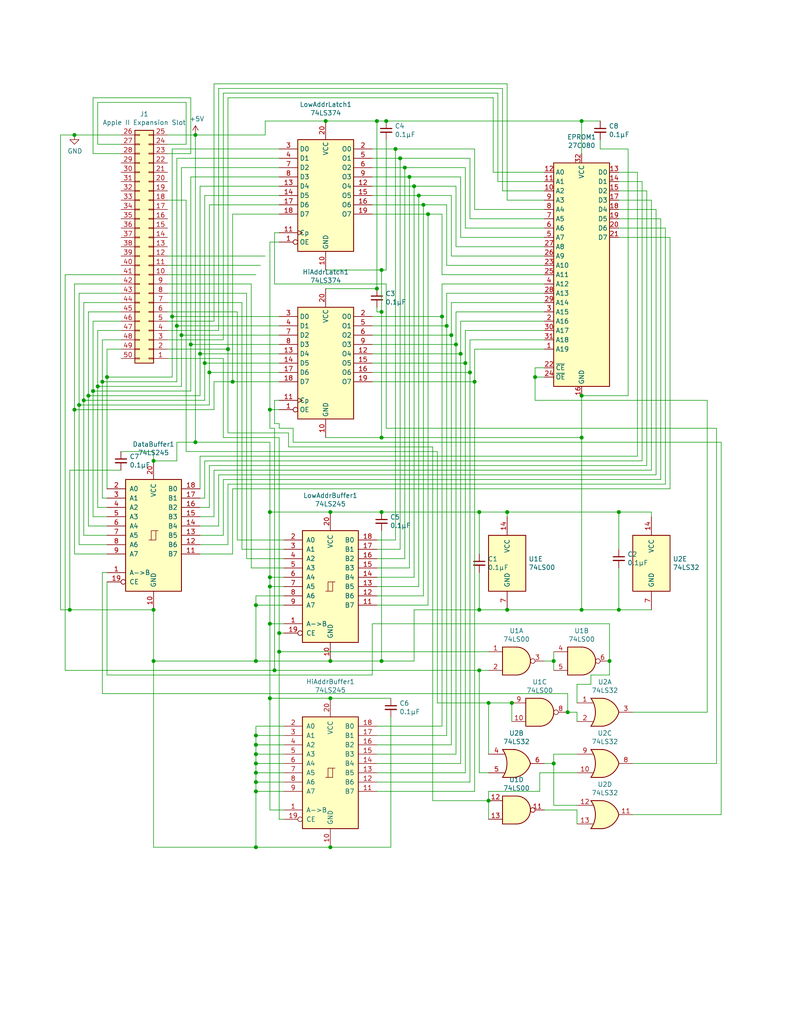
<source format=kicad_sch>
(kicad_sch (version 20211123) (generator eeschema)
  (paper "USLetter" portrait)
  (title_block (title "ProDOS ROM-Drive") (date "2021-12-07") (rev "3.0"))
  (lib_symbols
    (symbol "74xx:74LS00" (pin_names (offset 1.016))
      (property "Reference" "U" (at 0 1.27 0))
      (property "Value" "74LS00" (at 0 -1.27 0))
      (symbol "74LS00_1_1"
        (pin input line (at -7.62 2.54 0) (length 3.81) (name "~") (number "1"))
        (pin input line (at -7.62 -2.54 0) (length 3.81) (name "~") (number "2"))
        (pin output inverted (at 7.62 0 180) (length 3.81) (name "~") (number "3"))
      )
      (symbol "74LS00_1_2"
        (pin input inverted (at -7.62 2.54 0) (length 4.318) (name "~") (number "1"))
        (pin input inverted (at -7.62 -2.54 0) (length 4.318) (name "~") (number "2"))
        (pin output line (at 7.62 0 180) (length 3.81) (name "~") (number "3"))
      )
      (symbol "74LS00_2_1"
        (pin input line (at -7.62 2.54 0) (length 3.81) (name "~") (number "4"))
        (pin input line (at -7.62 -2.54 0) (length 3.81) (name "~") (number "5"))
        (pin output inverted (at 7.62 0 180) (length 3.81) (name "~") (number "6"))
      )
      (symbol "74LS00_2_2"
        (pin input inverted (at -7.62 2.54 0) (length 4.318) (name "~") (number "4"))
        (pin input inverted (at -7.62 -2.54 0) (length 4.318) (name "~") (number "5"))
        (pin output line (at 7.62 0 180) (length 3.81) (name "~") (number "6"))
      )
      (symbol "74LS00_3_1"
        (pin input line (at -7.62 -2.54 0) (length 3.81) (name "~") (number "10"))
        (pin output inverted (at 7.62 0 180) (length 3.81) (name "~") (number "8"))
        (pin input line (at -7.62 2.54 0) (length 3.81) (name "~") (number "9"))
      )
      (symbol "74LS00_3_2"
        (pin input inverted (at -7.62 -2.54 0) (length 4.318) (name "~") (number "10"))
        (pin output line (at 7.62 0 180) (length 3.81) (name "~") (number "8"))
        (pin input inverted (at -7.62 2.54 0) (length 4.318) (name "~") (number "9"))
      )
      (symbol "74LS00_4_1"
        (pin output inverted (at 7.62 0 180) (length 3.81) (name "~") (number "11"))
        (pin input line (at -7.62 2.54 0) (length 3.81) (name "~") (number "12"))
        (pin input line (at -7.62 -2.54 0) (length 3.81) (name "~") (number "13"))
      )
      (symbol "74LS00_4_2"
        (pin output line (at 7.62 0 180) (length 3.81) (name "~") (number "11"))
        (pin input inverted (at -7.62 2.54 0) (length 4.318) (name "~") (number "12"))
        (pin input inverted (at -7.62 -2.54 0) (length 4.318) (name "~") (number "13"))
      )
      (symbol "74LS00_5_0"
        (pin power_in line (at 0 12.7 270) (length 5.08) (name "VCC") (number "14"))
        (pin power_in line (at 0 -12.7 90) (length 5.08) (name "GND") (number "7"))
      )
    )
    (symbol "74xx:74LS245" (pin_names (offset 1.016))
      (property "Reference" "U" (at -7.62 16.51 0))
      (property "Value" "74LS245" (at -7.62 -16.51 0))
      (symbol "74LS245_1_0"
        (pin input line (at -12.7 -10.16 0) (length 5.08) (name "A->B") (number "1"))
        (pin power_in line (at 0 -20.32 90) (length 5.08) (name "GND") (number "10"))
        (pin tri_state line (at 12.7 -5.08 180) (length 5.08) (name "B7") (number "11"))
        (pin tri_state line (at 12.7 -2.54 180) (length 5.08) (name "B6") (number "12"))
        (pin tri_state line (at 12.7 0 180) (length 5.08) (name "B5") (number "13"))
        (pin tri_state line (at 12.7 2.54 180) (length 5.08) (name "B4") (number "14"))
        (pin tri_state line (at 12.7 5.08 180) (length 5.08) (name "B3") (number "15"))
        (pin tri_state line (at 12.7 7.62 180) (length 5.08) (name "B2") (number "16"))
        (pin tri_state line (at 12.7 10.16 180) (length 5.08) (name "B1") (number "17"))
        (pin tri_state line (at 12.7 12.7 180) (length 5.08) (name "B0") (number "18"))
        (pin input inverted (at -12.7 -12.7 0) (length 5.08) (name "CE") (number "19"))
        (pin tri_state line (at -12.7 12.7 0) (length 5.08) (name "A0") (number "2"))
        (pin power_in line (at 0 20.32 270) (length 5.08) (name "VCC") (number "20"))
        (pin tri_state line (at -12.7 10.16 0) (length 5.08) (name "A1") (number "3"))
        (pin tri_state line (at -12.7 7.62 0) (length 5.08) (name "A2") (number "4"))
        (pin tri_state line (at -12.7 5.08 0) (length 5.08) (name "A3") (number "5"))
        (pin tri_state line (at -12.7 2.54 0) (length 5.08) (name "A4") (number "6"))
        (pin tri_state line (at -12.7 0 0) (length 5.08) (name "A5") (number "7"))
        (pin tri_state line (at -12.7 -2.54 0) (length 5.08) (name "A6") (number "8"))
        (pin tri_state line (at -12.7 -5.08 0) (length 5.08) (name "A7") (number "9"))
      )
    )
    (symbol "74xx:74LS32" (pin_names (offset 1.016))
      (property "Reference" "U" (at 0 1.27 0))
      (property "Value" "74LS32" (at 0 -1.27 0))
      (symbol "74LS32_1_1"
        (pin input line (at -7.62 2.54 0) (length 4.318) (name "~") (number "1"))
        (pin input line (at -7.62 -2.54 0) (length 4.318) (name "~") (number "2"))
        (pin output line (at 7.62 0 180) (length 3.81) (name "~") (number "3"))
      )
      (symbol "74LS32_1_2"
        (pin input inverted (at -7.62 2.54 0) (length 3.81) (name "~") (number "1"))
        (pin input inverted (at -7.62 -2.54 0) (length 3.81) (name "~") (number "2"))
        (pin output inverted (at 7.62 0 180) (length 3.81) (name "~") (number "3"))
      )
      (symbol "74LS32_2_1"
        (pin input line (at -7.62 2.54 0) (length 4.318) (name "~") (number "4"))
        (pin input line (at -7.62 -2.54 0) (length 4.318) (name "~") (number "5"))
        (pin output line (at 7.62 0 180) (length 3.81) (name "~") (number "6"))
      )
      (symbol "74LS32_2_2"
        (pin input inverted (at -7.62 2.54 0) (length 3.81) (name "~") (number "4"))
        (pin input inverted (at -7.62 -2.54 0) (length 3.81) (name "~") (number "5"))
        (pin output inverted (at 7.62 0 180) (length 3.81) (name "~") (number "6"))
      )
      (symbol "74LS32_3_1"
        (pin input line (at -7.62 -2.54 0) (length 4.318) (name "~") (number "10"))
        (pin output line (at 7.62 0 180) (length 3.81) (name "~") (number "8"))
        (pin input line (at -7.62 2.54 0) (length 4.318) (name "~") (number "9"))
      )
      (symbol "74LS32_3_2"
        (pin input inverted (at -7.62 -2.54 0) (length 3.81) (name "~") (number "10"))
        (pin output inverted (at 7.62 0 180) (length 3.81) (name "~") (number "8"))
        (pin input inverted (at -7.62 2.54 0) (length 3.81) (name "~") (number "9"))
      )
      (symbol "74LS32_4_1"
        (pin output line (at 7.62 0 180) (length 3.81) (name "~") (number "11"))
        (pin input line (at -7.62 2.54 0) (length 4.318) (name "~") (number "12"))
        (pin input line (at -7.62 -2.54 0) (length 4.318) (name "~") (number "13"))
      )
      (symbol "74LS32_4_2"
        (pin output inverted (at 7.62 0 180) (length 3.81) (name "~") (number "11"))
        (pin input inverted (at -7.62 2.54 0) (length 3.81) (name "~") (number "12"))
        (pin input inverted (at -7.62 -2.54 0) (length 3.81) (name "~") (number "13"))
      )
      (symbol "74LS32_5_0"
        (pin power_in line (at 0 12.7 270) (length 5.08) (name "VCC") (number "14"))
        (pin power_in line (at 0 -12.7 90) (length 5.08) (name "GND") (number "7"))
      )
    )
    (symbol "74xx:74LS374"
      (property "Reference" "U" (at -7.62 16.51 0))
      (property "Value" "74LS374" (at -7.62 -16.51 0))
      (symbol "74LS374_1_0"
        (pin input inverted (at -12.7 -12.7 0) (length 5.08) (name "OE") (number "1"))
        (pin power_in line (at 0 -20.32 90) (length 5.08) (name "GND") (number "10"))
        (pin input clock (at -12.7 -10.16 0) (length 5.08) (name "Cp") (number "11"))
        (pin tri_state line (at 12.7 2.54 180) (length 5.08) (name "O4") (number "12"))
        (pin input line (at -12.7 2.54 0) (length 5.08) (name "D4") (number "13"))
        (pin input line (at -12.7 0 0) (length 5.08) (name "D5") (number "14"))
        (pin tri_state line (at 12.7 0 180) (length 5.08) (name "O5") (number "15"))
        (pin tri_state line (at 12.7 -2.54 180) (length 5.08) (name "O6") (number "16"))
        (pin input line (at -12.7 -2.54 0) (length 5.08) (name "D6") (number "17"))
        (pin input line (at -12.7 -5.08 0) (length 5.08) (name "D7") (number "18"))
        (pin tri_state line (at 12.7 -5.08 180) (length 5.08) (name "O7") (number "19"))
        (pin tri_state line (at 12.7 12.7 180) (length 5.08) (name "O0") (number "2"))
        (pin power_in line (at 0 20.32 270) (length 5.08) (name "VCC") (number "20"))
        (pin input line (at -12.7 12.7 0) (length 5.08) (name "D0") (number "3"))
        (pin input line (at -12.7 10.16 0) (length 5.08) (name "D1") (number "4"))
        (pin tri_state line (at 12.7 10.16 180) (length 5.08) (name "O1") (number "5"))
        (pin tri_state line (at 12.7 7.62 180) (length 5.08) (name "O2") (number "6"))
        (pin input line (at -12.7 7.62 0) (length 5.08) (name "D2") (number "7"))
        (pin input line (at -12.7 5.08 0) (length 5.08) (name "D3") (number "8"))
        (pin tri_state line (at 12.7 5.08 180) (length 5.08) (name "O3") (number "9"))
      )
    )
    (symbol "Connector_Generic:Conn_02x25_Counter_Clockwise" (pin_names (offset 1.016) hide)
      (property "Reference" "J" (at 1.27 33.02 0))
      (property "Value" "Conn_02x25_Counter_Clockwise" (at 1.27 -33.02 0))
      (symbol "Conn_02x25_Counter_Clockwise_1_1"
        (pin passive line (at -5.08 30.48 0) (length 3.81) (name "Pin_1") (number "1"))
        (pin passive line (at -5.08 7.62 0) (length 3.81) (name "Pin_10") (number "10"))
        (pin passive line (at -5.08 5.08 0) (length 3.81) (name "Pin_11") (number "11"))
        (pin passive line (at -5.08 2.54 0) (length 3.81) (name "Pin_12") (number "12"))
        (pin passive line (at -5.08 0 0) (length 3.81) (name "Pin_13") (number "13"))
        (pin passive line (at -5.08 -2.54 0) (length 3.81) (name "Pin_14") (number "14"))
        (pin passive line (at -5.08 -5.08 0) (length 3.81) (name "Pin_15") (number "15"))
        (pin passive line (at -5.08 -7.62 0) (length 3.81) (name "Pin_16") (number "16"))
        (pin passive line (at -5.08 -10.16 0) (length 3.81) (name "Pin_17") (number "17"))
        (pin passive line (at -5.08 -12.7 0) (length 3.81) (name "Pin_18") (number "18"))
        (pin passive line (at -5.08 -15.24 0) (length 3.81) (name "Pin_19") (number "19"))
        (pin passive line (at -5.08 27.94 0) (length 3.81) (name "Pin_2") (number "2"))
        (pin passive line (at -5.08 -17.78 0) (length 3.81) (name "Pin_20") (number "20"))
        (pin passive line (at -5.08 -20.32 0) (length 3.81) (name "Pin_21") (number "21"))
        (pin passive line (at -5.08 -22.86 0) (length 3.81) (name "Pin_22") (number "22"))
        (pin passive line (at -5.08 -25.4 0) (length 3.81) (name "Pin_23") (number "23"))
        (pin passive line (at -5.08 -27.94 0) (length 3.81) (name "Pin_24") (number "24"))
        (pin passive line (at -5.08 -30.48 0) (length 3.81) (name "Pin_25") (number "25"))
        (pin passive line (at 7.62 -30.48 180) (length 3.81) (name "Pin_26") (number "26"))
        (pin passive line (at 7.62 -27.94 180) (length 3.81) (name "Pin_27") (number "27"))
        (pin passive line (at 7.62 -25.4 180) (length 3.81) (name "Pin_28") (number "28"))
        (pin passive line (at 7.62 -22.86 180) (length 3.81) (name "Pin_29") (number "29"))
        (pin passive line (at -5.08 25.4 0) (length 3.81) (name "Pin_3") (number "3"))
        (pin passive line (at 7.62 -20.32 180) (length 3.81) (name "Pin_30") (number "30"))
        (pin passive line (at 7.62 -17.78 180) (length 3.81) (name "Pin_31") (number "31"))
        (pin passive line (at 7.62 -15.24 180) (length 3.81) (name "Pin_32") (number "32"))
        (pin passive line (at 7.62 -12.7 180) (length 3.81) (name "Pin_33") (number "33"))
        (pin passive line (at 7.62 -10.16 180) (length 3.81) (name "Pin_34") (number "34"))
        (pin passive line (at 7.62 -7.62 180) (length 3.81) (name "Pin_35") (number "35"))
        (pin passive line (at 7.62 -5.08 180) (length 3.81) (name "Pin_36") (number "36"))
        (pin passive line (at 7.62 -2.54 180) (length 3.81) (name "Pin_37") (number "37"))
        (pin passive line (at 7.62 0 180) (length 3.81) (name "Pin_38") (number "38"))
        (pin passive line (at 7.62 2.54 180) (length 3.81) (name "Pin_39") (number "39"))
        (pin passive line (at -5.08 22.86 0) (length 3.81) (name "Pin_4") (number "4"))
        (pin passive line (at 7.62 5.08 180) (length 3.81) (name "Pin_40") (number "40"))
        (pin passive line (at 7.62 7.62 180) (length 3.81) (name "Pin_41") (number "41"))
        (pin passive line (at 7.62 10.16 180) (length 3.81) (name "Pin_42") (number "42"))
        (pin passive line (at 7.62 12.7 180) (length 3.81) (name "Pin_43") (number "43"))
        (pin passive line (at 7.62 15.24 180) (length 3.81) (name "Pin_44") (number "44"))
        (pin passive line (at 7.62 17.78 180) (length 3.81) (name "Pin_45") (number "45"))
        (pin passive line (at 7.62 20.32 180) (length 3.81) (name "Pin_46") (number "46"))
        (pin passive line (at 7.62 22.86 180) (length 3.81) (name "Pin_47") (number "47"))
        (pin passive line (at 7.62 25.4 180) (length 3.81) (name "Pin_48") (number "48"))
        (pin passive line (at 7.62 27.94 180) (length 3.81) (name "Pin_49") (number "49"))
        (pin passive line (at -5.08 20.32 0) (length 3.81) (name "Pin_5") (number "5"))
        (pin passive line (at 7.62 30.48 180) (length 3.81) (name "Pin_50") (number "50"))
        (pin passive line (at -5.08 17.78 0) (length 3.81) (name "Pin_6") (number "6"))
        (pin passive line (at -5.08 15.24 0) (length 3.81) (name "Pin_7") (number "7"))
        (pin passive line (at -5.08 12.7 0) (length 3.81) (name "Pin_8") (number "8"))
        (pin passive line (at -5.08 10.16 0) (length 3.81) (name "Pin_9") (number "9"))
      )
    )
    (symbol "Device:C_Small" (pin_numbers hide) (pin_names (offset 0.254) hide)
      (property "Reference" "C" (at 0.254 1.778 0))
      (property "Value" "C_Small" (at 0.254 -2.032 0))
      (symbol "C_Small_1_1"
        (pin passive line (at 0 2.54 270) (length 2.032) (name "~") (number "1"))
        (pin passive line (at 0 -2.54 90) (length 2.032) (name "~") (number "2"))
      )
    )
    (symbol "Memory_EPROM:27C080"
      (property "Reference" "U" (at -7.62 31.75 0))
      (property "Value" "27C080" (at 2.54 -31.75 0))
      (symbol "27C080_1_1"
        (pin input line (at -10.16 -20.32 0) (length 2.54) (name "A19") (number "1"))
        (pin input line (at -10.16 22.86 0) (length 2.54) (name "A2") (number "10"))
        (pin input line (at -10.16 25.4 0) (length 2.54) (name "A1") (number "11"))
        (pin input line (at -10.16 27.94 0) (length 2.54) (name "A0") (number "12"))
        (pin tri_state line (at 10.16 27.94 180) (length 2.54) (name "D0") (number "13"))
        (pin tri_state line (at 10.16 25.4 180) (length 2.54) (name "D1") (number "14"))
        (pin tri_state line (at 10.16 22.86 180) (length 2.54) (name "D2") (number "15"))
        (pin power_in line (at 0 -33.02 90) (length 2.54) (name "GND") (number "16"))
        (pin tri_state line (at 10.16 20.32 180) (length 2.54) (name "D3") (number "17"))
        (pin tri_state line (at 10.16 17.78 180) (length 2.54) (name "D4") (number "18"))
        (pin tri_state line (at 10.16 15.24 180) (length 2.54) (name "D5") (number "19"))
        (pin input line (at -10.16 -12.7 0) (length 2.54) (name "A16") (number "2"))
        (pin tri_state line (at 10.16 12.7 180) (length 2.54) (name "D6") (number "20"))
        (pin tri_state line (at 10.16 10.16 180) (length 2.54) (name "D7") (number "21"))
        (pin input line (at -10.16 -25.4 0) (length 2.54) (name "~{CE}") (number "22"))
        (pin input line (at -10.16 2.54 0) (length 2.54) (name "A10") (number "23"))
        (pin input line (at -10.16 -27.94 0) (length 2.54) (name "~{OE}") (number "24"))
        (pin input line (at -10.16 0 0) (length 2.54) (name "A11") (number "25"))
        (pin input line (at -10.16 5.08 0) (length 2.54) (name "A9") (number "26"))
        (pin input line (at -10.16 7.62 0) (length 2.54) (name "A8") (number "27"))
        (pin input line (at -10.16 -5.08 0) (length 2.54) (name "A13") (number "28"))
        (pin input line (at -10.16 -7.62 0) (length 2.54) (name "A14") (number "29"))
        (pin input line (at -10.16 -10.16 0) (length 2.54) (name "A15") (number "3"))
        (pin input line (at -10.16 -15.24 0) (length 2.54) (name "A17") (number "30"))
        (pin input line (at -10.16 -17.78 0) (length 2.54) (name "A18") (number "31"))
        (pin power_in line (at 0 33.02 270) (length 2.54) (name "VCC") (number "32"))
        (pin input line (at -10.16 -2.54 0) (length 2.54) (name "A12") (number "4"))
        (pin input line (at -10.16 10.16 0) (length 2.54) (name "A7") (number "5"))
        (pin input line (at -10.16 12.7 0) (length 2.54) (name "A6") (number "6"))
        (pin input line (at -10.16 15.24 0) (length 2.54) (name "A5") (number "7"))
        (pin input line (at -10.16 17.78 0) (length 2.54) (name "A4") (number "8"))
        (pin input line (at -10.16 20.32 0) (length 2.54) (name "A3") (number "9"))
      )
    )
    (symbol "power:+5V" (power) (pin_names (offset 0))
      (property "Value" "+5V" (at 0 3.556 0))
      (symbol "+5V_1_1"
        (pin power_in line (at 0 0 90) (length 0) hide (name "+5V") (number "1"))
      )
    )
    (symbol "power:GND" (power) (pin_names (offset 0))
      (property "Value" "GND" (at 0 -3.81 0))
      (symbol "GND_1_1"
        (pin power_in line (at 0 0 270) (length 0) hide (name "GND") (number "1"))
      )
    )
  )
  (junction (at 114.3 53.34))
  (junction (at 90.17 231.14))
  (junction (at 20.32 111.76))
  (junction (at 22.86 109.22))
  (junction (at 146.05 102.87))
  (junction (at 20.32 36.83))
  (junction (at 104.14 139.7))
  (junction (at 121.92 88.9))
  (junction (at 73.66 139.7))
  (junction (at 62.23 95.25))
  (junction (at 25.4 106.68))
  (junction (at 74.93 182.88))
  (junction (at 139.7 191.77))
  (junction (at 104.14 85.09))
  (junction (at 113.03 50.8))
  (junction (at 125.73 96.52))
  (junction (at 69.85 203.2))
  (junction (at 133.35 191.77))
  (junction (at 138.43 166.37))
  (junction (at 53.34 36.83))
  (junction (at 48.26 88.9))
  (junction (at 151.13 208.28))
  (junction (at 53.34 120.65))
  (junction (at 158.75 33.02))
  (junction (at 154.94 194.31))
  (junction (at 158.75 107.95))
  (junction (at 69.85 180.34))
  (junction (at 123.19 91.44))
  (junction (at 24.13 107.95))
  (junction (at 130.81 182.88))
  (junction (at 54.61 96.52))
  (junction (at 49.53 91.44))
  (junction (at 26.67 105.41))
  (junction (at 151.13 180.34))
  (junction (at 168.91 166.37))
  (junction (at 73.66 111.76))
  (junction (at 90.17 139.7))
  (junction (at 127 99.06))
  (junction (at 130.81 166.37))
  (junction (at 27.94 104.14))
  (junction (at 166.37 180.34))
  (junction (at 102.87 78.74))
  (junction (at 109.22 43.18))
  (junction (at 138.43 139.7))
  (junction (at 41.91 180.34))
  (junction (at 104.14 180.34))
  (junction (at 69.85 165.1))
  (junction (at 69.85 215.9))
  (junction (at 73.66 170.18))
  (junction (at 133.35 218.44))
  (junction (at 73.66 157.48))
  (junction (at 55.88 99.06))
  (junction (at 69.85 205.74))
  (junction (at 158.75 119.38))
  (junction (at 168.91 139.7))
  (junction (at 88.9 33.02))
  (junction (at 63.5 104.14))
  (junction (at 128.27 101.6))
  (junction (at 69.85 200.66))
  (junction (at 73.66 190.5))
  (junction (at 110.49 45.72))
  (junction (at 104.14 119.38))
  (junction (at 120.65 86.36))
  (junction (at 29.21 102.87))
  (junction (at 69.85 208.28))
  (junction (at 129.54 104.14))
  (junction (at 102.87 33.02))
  (junction (at 130.81 139.7))
  (junction (at 124.46 93.98))
  (junction (at 69.85 210.82))
  (junction (at 104.14 73.66))
  (junction (at 41.91 166.37))
  (junction (at 52.07 93.98))
  (junction (at 107.95 40.64))
  (junction (at 76.2 172.72))
  (junction (at 90.17 190.5))
  (junction (at 69.85 213.36))
  (junction (at 21.59 110.49))
  (junction (at 111.76 48.26))
  (junction (at 116.84 58.42))
  (junction (at 90.17 180.34))
  (junction (at 57.15 101.6))
  (junction (at 105.41 33.02))
  (junction (at 73.66 160.02))
  (junction (at 69.85 231.14))
  (junction (at 41.91 125.73))
  (junction (at 76.2 177.8))
  (junction (at 158.75 166.37))
  (junction (at 46.99 86.36))
  (junction (at 115.57 55.88))
  (junction (at 19.05 166.37))
  (wire (pts (xy 50.8 54.61) (xy 50.8 123.19)))
  (wire (pts (xy 55.88 125.73) (xy 55.88 135.89)))
  (wire (pts (xy 125.73 208.28) (xy 125.73 96.52)))
  (wire (pts (xy 102.87 208.28) (xy 125.73 208.28)))
  (wire (pts (xy 77.47 170.18) (xy 73.66 170.18)))
  (wire (pts (xy 129.54 104.14) (xy 129.54 95.25)))
  (wire (pts (xy 124.46 67.31) (xy 148.59 67.31)))
  (wire (pts (xy 76.2 96.52) (xy 54.61 96.52)))
  (wire (pts (xy 133.35 191.77) (xy 139.7 191.77)))
  (wire (pts (xy 102.87 205.74) (xy 124.46 205.74)))
  (wire (pts (xy 179.07 129.54) (xy 59.69 129.54)))
  (wire (pts (xy 33.02 80.01) (xy 21.59 80.01)))
  (wire (pts (xy 68.58 77.47) (xy 68.58 154.94)))
  (wire (pts (xy 102.87 152.4) (xy 110.49 152.4)))
  (wire (pts (xy 148.59 180.34) (xy 151.13 180.34)))
  (wire (pts (xy 121.92 55.88) (xy 121.92 72.39)))
  (wire (pts (xy 77.47 157.48) (xy 73.66 157.48)))
  (wire (pts (xy 101.6 104.14) (xy 129.54 104.14)))
  (wire (pts (xy 101.6 43.18) (xy 109.22 43.18)))
  (wire (pts (xy 77.47 203.2) (xy 69.85 203.2)))
  (wire (pts (xy 181.61 62.23) (xy 181.61 132.08)))
  (wire (pts (xy 120.65 77.47) (xy 148.59 77.47)))
  (wire (pts (xy 154.94 194.31) (xy 154.94 189.23)))
  (wire (pts (xy 41.91 180.34) (xy 69.85 180.34)))
  (wire (pts (xy 101.6 55.88) (xy 115.57 55.88)))
  (wire (pts (xy 182.88 133.35) (xy 182.88 64.77)))
  (wire (pts (xy 68.58 154.94) (xy 77.47 154.94)))
  (wire (pts (xy 62.23 26.67) (xy 134.62 26.67)))
  (wire (pts (xy 146.05 102.87) (xy 146.05 100.33)))
  (wire (pts (xy 193.04 194.31) (xy 193.04 109.22)))
  (wire (pts (xy 33.02 123.19) (xy 41.91 123.19)))
  (wire (pts (xy 168.91 154.94) (xy 168.91 166.37)))
  (wire (pts (xy 113.03 50.8) (xy 124.46 50.8)))
  (wire (pts (xy 58.42 22.86) (xy 138.43 22.86)))
  (wire (pts (xy 168.91 62.23) (xy 181.61 62.23)))
  (wire (pts (xy 76.2 88.9) (xy 48.26 88.9)))
  (wire (pts (xy 67.31 152.4) (xy 77.47 152.4)))
  (wire (pts (xy 63.5 133.35) (xy 182.88 133.35)))
  (wire (pts (xy 101.6 86.36) (xy 120.65 86.36)))
  (wire (pts (xy 80.01 116.84) (xy 76.2 116.84)))
  (wire (pts (xy 55.88 109.22) (xy 22.86 109.22)))
  (wire (pts (xy 127 45.72) (xy 127 62.23)))
  (wire (pts (xy 104.14 119.38) (xy 104.14 85.09)))
  (wire (pts (xy 73.66 120.65) (xy 73.66 139.7)))
  (wire (pts (xy 151.13 205.74) (xy 157.48 205.74)))
  (wire (pts (xy 26.67 138.43) (xy 29.21 138.43)))
  (wire (pts (xy 69.85 210.82) (xy 69.85 208.28)))
  (wire (pts (xy 104.14 180.34) (xy 113.03 180.34)))
  (wire (pts (xy 123.19 82.55) (xy 148.59 82.55)))
  (wire (pts (xy 33.02 74.93) (xy 17.78 74.93)))
  (wire (pts (xy 105.41 38.1) (xy 105.41 73.66)))
  (wire (pts (xy 27.94 92.71) (xy 27.94 104.14)))
  (wire (pts (xy 45.72 82.55) (xy 66.04 82.55)))
  (wire (pts (xy 24.13 107.95) (xy 24.13 143.51)))
  (wire (pts (xy 52.07 93.98) (xy 52.07 48.26)))
  (wire (pts (xy 177.8 54.61) (xy 168.91 54.61)))
  (wire (pts (xy 102.87 149.86) (xy 109.22 149.86)))
  (wire (pts (xy 46.99 86.36) (xy 46.99 40.64)))
  (wire (pts (xy 49.53 91.44) (xy 49.53 45.72)))
  (wire (pts (xy 21.59 80.01) (xy 21.59 110.49)))
  (wire (pts (xy 130.81 182.88) (xy 133.35 182.88)))
  (wire (pts (xy 120.65 86.36) (xy 120.65 198.12)))
  (wire (pts (xy 53.34 120.65) (xy 48.26 120.65)))
  (wire (pts (xy 60.96 97.79) (xy 60.96 119.38)))
  (wire (pts (xy 58.42 104.14) (xy 58.42 111.76)))
  (wire (pts (xy 105.41 77.47) (xy 105.41 116.84)))
  (wire (pts (xy 63.5 104.14) (xy 58.42 104.14)))
  (wire (pts (xy 73.66 157.48) (xy 73.66 160.02)))
  (wire (pts (xy 33.02 92.71) (xy 27.94 92.71)))
  (wire (pts (xy 76.2 223.52) (xy 77.47 223.52)))
  (wire (pts (xy 176.53 52.07) (xy 176.53 127)))
  (wire (pts (xy 161.29 184.15) (xy 161.29 186.69)))
  (wire (pts (xy 196.85 120.65) (xy 80.01 120.65)))
  (wire (pts (xy 148.59 208.28) (xy 151.13 208.28)))
  (wire (pts (xy 101.6 170.18) (xy 101.6 184.15)))
  (wire (pts (xy 182.88 64.77) (xy 168.91 64.77)))
  (wire (pts (xy 105.41 73.66) (xy 104.14 73.66)))
  (wire (pts (xy 76.2 119.38) (xy 76.2 172.72)))
  (wire (pts (xy 76.2 115.57) (xy 74.93 115.57)))
  (wire (pts (xy 77.47 160.02) (xy 73.66 160.02)))
  (wire (pts (xy 69.85 231.14) (xy 69.85 215.9)))
  (wire (pts (xy 102.87 147.32) (xy 107.95 147.32)))
  (wire (pts (xy 127 99.06) (xy 127 90.17)))
  (wire (pts (xy 146.05 109.22) (xy 146.05 102.87)))
  (wire (pts (xy 69.85 200.66) (xy 69.85 198.12)))
  (wire (pts (xy 76.2 177.8) (xy 133.35 177.8)))
  (wire (pts (xy 101.6 101.6) (xy 128.27 101.6)))
  (wire (pts (xy 175.26 49.53) (xy 175.26 125.73)))
  (wire (pts (xy 69.85 203.2) (xy 69.85 200.66)))
  (wire (pts (xy 102.87 162.56) (xy 115.57 162.56)))
  (wire (pts (xy 102.87 160.02) (xy 114.3 160.02)))
  (wire (pts (xy 171.45 107.95) (xy 158.75 107.95)))
  (wire (pts (xy 138.43 166.37) (xy 158.75 166.37)))
  (wire (pts (xy 135.89 25.4) (xy 135.89 49.53)))
  (wire (pts (xy 76.2 172.72) (xy 76.2 177.8)))
  (wire (pts (xy 33.02 95.25) (xy 29.21 95.25)))
  (wire (pts (xy 123.19 69.85) (xy 148.59 69.85)))
  (wire (pts (xy 16.51 166.37) (xy 19.05 166.37)))
  (wire (pts (xy 76.2 172.72) (xy 77.47 172.72)))
  (wire (pts (xy 69.85 180.34) (xy 69.85 165.1)))
  (wire (pts (xy 45.72 72.39) (xy 71.12 72.39)))
  (wire (pts (xy 77.47 213.36) (xy 69.85 213.36)))
  (wire (pts (xy 106.68 190.5) (xy 90.17 190.5)))
  (wire (pts (xy 45.72 80.01) (xy 67.31 80.01)))
  (wire (pts (xy 129.54 215.9) (xy 129.54 104.14)))
  (wire (pts (xy 45.72 95.25) (xy 62.23 95.25)))
  (wire (pts (xy 49.53 45.72) (xy 76.2 45.72)))
  (wire (pts (xy 54.61 50.8) (xy 76.2 50.8)))
  (wire (pts (xy 128.27 59.69) (xy 148.59 59.69)))
  (wire (pts (xy 120.65 58.42) (xy 120.65 74.93)))
  (wire (pts (xy 55.88 53.34) (xy 76.2 53.34)))
  (wire (pts (xy 127 210.82) (xy 127 99.06)))
  (wire (pts (xy 41.91 231.14) (xy 69.85 231.14)))
  (wire (pts (xy 88.9 33.02) (xy 102.87 33.02)))
  (wire (pts (xy 102.87 215.9) (xy 129.54 215.9)))
  (wire (pts (xy 45.72 87.63) (xy 58.42 87.63)))
  (wire (pts (xy 118.11 218.44) (xy 133.35 218.44)))
  (wire (pts (xy 22.86 146.05) (xy 29.21 146.05)))
  (wire (pts (xy 72.39 33.02) (xy 72.39 36.83)))
  (wire (pts (xy 113.03 157.48) (xy 113.03 50.8)))
  (wire (pts (xy 21.59 148.59) (xy 29.21 148.59)))
  (wire (pts (xy 27.94 135.89) (xy 29.21 135.89)))
  (wire (pts (xy 52.07 93.98) (xy 52.07 106.68)))
  (wire (pts (xy 46.99 86.36) (xy 46.99 102.87)))
  (wire (pts (xy 90.17 139.7) (xy 73.66 139.7)))
  (wire (pts (xy 33.02 87.63) (xy 25.4 87.63)))
  (wire (pts (xy 157.48 194.31) (xy 157.48 196.85)))
  (wire (pts (xy 57.15 55.88) (xy 76.2 55.88)))
  (wire (pts (xy 80.01 120.65) (xy 80.01 116.84)))
  (wire (pts (xy 48.26 43.18) (xy 76.2 43.18)))
  (wire (pts (xy 168.91 166.37) (xy 177.8 166.37)))
  (wire (pts (xy 33.02 90.17) (xy 26.67 90.17)))
  (wire (pts (xy 62.23 118.11) (xy 78.74 118.11)))
  (wire (pts (xy 33.02 85.09) (xy 24.13 85.09)))
  (wire (pts (xy 24.13 143.51) (xy 29.21 143.51)))
  (wire (pts (xy 26.67 39.37) (xy 26.67 27.94)))
  (wire (pts (xy 166.37 170.18) (xy 101.6 170.18)))
  (wire (pts (xy 104.14 73.66) (xy 88.9 73.66)))
  (wire (pts (xy 52.07 26.67) (xy 25.4 26.67)))
  (wire (pts (xy 50.8 123.19) (xy 119.38 123.19)))
  (wire (pts (xy 69.85 205.74) (xy 69.85 203.2)))
  (wire (pts (xy 163.83 40.64) (xy 171.45 40.64)))
  (wire (pts (xy 171.45 40.64) (xy 171.45 107.95)))
  (wire (pts (xy 180.34 59.69) (xy 168.91 59.69)))
  (wire (pts (xy 19.05 128.27) (xy 19.05 166.37)))
  (wire (pts (xy 54.61 140.97) (xy 58.42 140.97)))
  (wire (pts (xy 78.74 118.11) (xy 78.74 121.92)))
  (wire (pts (xy 19.05 166.37) (xy 41.91 166.37)))
  (wire (pts (xy 115.57 55.88) (xy 121.92 55.88)))
  (wire (pts (xy 74.93 63.5) (xy 74.93 77.47)))
  (wire (pts (xy 102.87 78.74) (xy 88.9 78.74)))
  (wire (pts (xy 29.21 102.87) (xy 29.21 133.35)))
  (wire (pts (xy 33.02 128.27) (xy 19.05 128.27)))
  (wire (pts (xy 139.7 191.77) (xy 139.7 196.85)))
  (wire (pts (xy 172.72 194.31) (xy 193.04 194.31)))
  (wire (pts (xy 154.94 189.23) (xy 27.94 189.23)))
  (wire (pts (xy 157.48 220.98) (xy 157.48 224.79)))
  (wire (pts (xy 73.66 111.76) (xy 73.66 116.84)))
  (wire (pts (xy 116.84 165.1) (xy 116.84 58.42)))
  (wire (pts (xy 22.86 82.55) (xy 22.86 109.22)))
  (wire (pts (xy 77.47 215.9) (xy 69.85 215.9)))
  (wire (pts (xy 21.59 110.49) (xy 21.59 148.59)))
  (wire (pts (xy 128.27 43.18) (xy 128.27 59.69)))
  (wire (pts (xy 138.43 54.61) (xy 148.59 54.61)))
  (wire (pts (xy 177.8 128.27) (xy 177.8 54.61)))
  (wire (pts (xy 69.85 198.12) (xy 77.47 198.12)))
  (wire (pts (xy 54.61 146.05) (xy 60.96 146.05)))
  (wire (pts (xy 102.87 154.94) (xy 111.76 154.94)))
  (wire (pts (xy 45.72 41.91) (xy 52.07 41.91)))
  (wire (pts (xy 111.76 154.94) (xy 111.76 48.26)))
  (wire (pts (xy 41.91 180.34) (xy 41.91 231.14)))
  (wire (pts (xy 127 62.23) (xy 148.59 62.23)))
  (wire (pts (xy 104.14 85.09) (xy 104.14 73.66)))
  (wire (pts (xy 69.85 180.34) (xy 90.17 180.34)))
  (wire (pts (xy 114.3 53.34) (xy 123.19 53.34)))
  (wire (pts (xy 57.15 127) (xy 57.15 138.43)))
  (wire (pts (xy 57.15 101.6) (xy 57.15 55.88)))
  (wire (pts (xy 73.66 160.02) (xy 73.66 170.18)))
  (wire (pts (xy 110.49 152.4) (xy 110.49 45.72)))
  (wire (pts (xy 104.14 139.7) (xy 130.81 139.7)))
  (wire (pts (xy 121.92 200.66) (xy 121.92 88.9)))
  (wire (pts (xy 73.66 66.04) (xy 76.2 66.04)))
  (wire (pts (xy 20.32 36.83) (xy 16.51 36.83)))
  (wire (pts (xy 101.6 91.44) (xy 123.19 91.44)))
  (wire (pts (xy 130.81 156.21) (xy 130.81 166.37)))
  (wire (pts (xy 52.07 48.26) (xy 76.2 48.26)))
  (wire (pts (xy 168.91 139.7) (xy 177.8 139.7)))
  (wire (pts (xy 119.38 123.19) (xy 119.38 191.77)))
  (wire (pts (xy 102.87 203.2) (xy 123.19 203.2)))
  (wire (pts (xy 53.34 36.83) (xy 53.34 120.65)))
  (wire (pts (xy 125.73 48.26) (xy 125.73 64.77)))
  (wire (pts (xy 157.48 210.82) (xy 147.32 210.82)))
  (wire (pts (xy 73.66 220.98) (xy 77.47 220.98)))
  (wire (pts (xy 76.2 93.98) (xy 52.07 93.98)))
  (wire (pts (xy 57.15 138.43) (xy 54.61 138.43)))
  (wire (pts (xy 90.17 190.5) (xy 73.66 190.5)))
  (wire (pts (xy 54.61 151.13) (xy 63.5 151.13)))
  (wire (pts (xy 69.85 231.14) (xy 90.17 231.14)))
  (wire (pts (xy 73.66 116.84) (xy 74.93 116.84)))
  (wire (pts (xy 76.2 63.5) (xy 74.93 63.5)))
  (wire (pts (xy 157.48 186.69) (xy 157.48 191.77)))
  (wire (pts (xy 69.85 208.28) (xy 69.85 205.74)))
  (wire (pts (xy 17.78 74.93) (xy 17.78 182.88)))
  (wire (pts (xy 101.6 88.9) (xy 121.92 88.9)))
  (wire (pts (xy 106.68 195.58) (xy 106.68 231.14)))
  (wire (pts (xy 76.2 101.6) (xy 57.15 101.6)))
  (wire (pts (xy 158.75 33.02) (xy 158.75 41.91)))
  (wire (pts (xy 48.26 104.14) (xy 27.94 104.14)))
  (wire (pts (xy 166.37 180.34) (xy 166.37 184.15)))
  (wire (pts (xy 128.27 101.6) (xy 128.27 92.71)))
  (wire (pts (xy 73.66 111.76) (xy 76.2 111.76)))
  (wire (pts (xy 48.26 120.65) (xy 48.26 125.73)))
  (wire (pts (xy 168.91 49.53) (xy 175.26 49.53)))
  (wire (pts (xy 125.73 96.52) (xy 125.73 87.63)))
  (wire (pts (xy 26.67 27.94) (xy 50.8 27.94)))
  (wire (pts (xy 124.46 85.09) (xy 148.59 85.09)))
  (wire (pts (xy 168.91 149.86) (xy 168.91 139.7)))
  (wire (pts (xy 77.47 200.66) (xy 69.85 200.66)))
  (wire (pts (xy 119.38 191.77) (xy 133.35 191.77)))
  (wire (pts (xy 20.32 77.47) (xy 20.32 111.76)))
  (wire (pts (xy 102.87 85.09) (xy 104.14 85.09)))
  (wire (pts (xy 101.6 40.64) (xy 107.95 40.64)))
  (wire (pts (xy 77.47 205.74) (xy 69.85 205.74)))
  (wire (pts (xy 118.11 121.92) (xy 118.11 218.44)))
  (wire (pts (xy 76.2 86.36) (xy 46.99 86.36)))
  (wire (pts (xy 102.87 157.48) (xy 113.03 157.48)))
  (wire (pts (xy 123.19 203.2) (xy 123.19 91.44)))
  (wire (pts (xy 59.69 24.13) (xy 137.16 24.13)))
  (wire (pts (xy 54.61 107.95) (xy 24.13 107.95)))
  (wire (pts (xy 17.78 182.88) (xy 74.93 182.88)))
  (wire (pts (xy 111.76 48.26) (xy 125.73 48.26)))
  (wire (pts (xy 135.89 49.53) (xy 148.59 49.53)))
  (wire (pts (xy 175.26 125.73) (xy 55.88 125.73)))
  (wire (pts (xy 49.53 105.41) (xy 26.67 105.41)))
  (wire (pts (xy 72.39 33.02) (xy 88.9 33.02)))
  (wire (pts (xy 24.13 85.09) (xy 24.13 107.95)))
  (wire (pts (xy 148.59 220.98) (xy 157.48 220.98)))
  (wire (pts (xy 138.43 139.7) (xy 168.91 139.7)))
  (wire (pts (xy 46.99 102.87) (xy 29.21 102.87)))
  (wire (pts (xy 77.47 165.1) (xy 69.85 165.1)))
  (wire (pts (xy 50.8 27.94) (xy 50.8 39.37)))
  (wire (pts (xy 133.35 205.74) (xy 133.35 191.77)))
  (wire (pts (xy 147.32 215.9) (xy 133.35 215.9)))
  (wire (pts (xy 33.02 39.37) (xy 26.67 39.37)))
  (wire (pts (xy 76.2 177.8) (xy 76.2 223.52)))
  (wire (pts (xy 59.69 143.51) (xy 54.61 143.51)))
  (wire (pts (xy 45.72 85.09) (xy 64.77 85.09)))
  (wire (pts (xy 163.83 38.1) (xy 163.83 40.64)))
  (wire (pts (xy 48.26 125.73) (xy 41.91 125.73)))
  (wire (pts (xy 60.96 92.71) (xy 60.96 25.4)))
  (wire (pts (xy 53.34 120.65) (xy 73.66 120.65)))
  (wire (pts (xy 134.62 26.67) (xy 134.62 46.99)))
  (wire (pts (xy 181.61 132.08) (xy 62.23 132.08)))
  (wire (pts (xy 196.85 222.25) (xy 196.85 120.65)))
  (wire (pts (xy 137.16 52.07) (xy 148.59 52.07)))
  (wire (pts (xy 154.94 194.31) (xy 157.48 194.31)))
  (wire (pts (xy 33.02 77.47) (xy 20.32 77.47)))
  (wire (pts (xy 90.17 139.7) (xy 104.14 139.7)))
  (wire (pts (xy 74.93 182.88) (xy 130.81 182.88)))
  (wire (pts (xy 195.58 208.28) (xy 172.72 208.28)))
  (wire (pts (xy 123.19 91.44) (xy 123.19 82.55)))
  (wire (pts (xy 57.15 110.49) (xy 21.59 110.49)))
  (wire (pts (xy 63.5 104.14) (xy 63.5 58.42)))
  (wire (pts (xy 69.85 215.9) (xy 69.85 213.36)))
  (wire (pts (xy 60.96 25.4) (xy 135.89 25.4)))
  (wire (pts (xy 168.91 52.07) (xy 176.53 52.07)))
  (wire (pts (xy 106.68 231.14) (xy 90.17 231.14)))
  (wire (pts (xy 25.4 87.63) (xy 25.4 106.68)))
  (wire (pts (xy 180.34 130.81) (xy 180.34 59.69)))
  (wire (pts (xy 102.87 83.82) (xy 102.87 85.09)))
  (wire (pts (xy 133.35 218.44) (xy 133.35 223.52)))
  (wire (pts (xy 22.86 109.22) (xy 22.86 146.05)))
  (wire (pts (xy 74.93 182.88) (xy 74.93 116.84)))
  (wire (pts (xy 76.2 99.06) (xy 55.88 99.06)))
  (wire (pts (xy 168.91 57.15) (xy 179.07 57.15)))
  (wire (pts (xy 125.73 87.63) (xy 148.59 87.63)))
  (wire (pts (xy 69.85 165.1) (xy 69.85 162.56)))
  (wire (pts (xy 148.59 102.87) (xy 146.05 102.87)))
  (wire (pts (xy 161.29 186.69) (xy 157.48 186.69)))
  (wire (pts (xy 76.2 104.14) (xy 63.5 104.14)))
  (wire (pts (xy 41.91 166.37) (xy 41.91 180.34)))
  (wire (pts (xy 20.32 111.76) (xy 20.32 151.13)))
  (wire (pts (xy 48.26 88.9) (xy 48.26 104.14)))
  (wire (pts (xy 128.27 213.36) (xy 128.27 101.6)))
  (wire (pts (xy 107.95 40.64) (xy 129.54 40.64)))
  (wire (pts (xy 147.32 210.82) (xy 147.32 215.9)))
  (wire (pts (xy 66.04 149.86) (xy 77.47 149.86)))
  (wire (pts (xy 45.72 54.61) (xy 50.8 54.61)))
  (wire (pts (xy 102.87 198.12) (xy 120.65 198.12)))
  (wire (pts (xy 134.62 46.99) (xy 148.59 46.99)))
  (wire (pts (xy 45.72 77.47) (xy 68.58 77.47)))
  (wire (pts (xy 52.07 41.91) (xy 52.07 26.67)))
  (wire (pts (xy 20.32 151.13) (xy 29.21 151.13)))
  (wire (pts (xy 133.35 215.9) (xy 133.35 218.44)))
  (wire (pts (xy 101.6 48.26) (xy 111.76 48.26)))
  (wire (pts (xy 33.02 36.83) (xy 20.32 36.83)))
  (wire (pts (xy 120.65 74.93) (xy 148.59 74.93)))
  (wire (pts (xy 102.87 210.82) (xy 127 210.82)))
  (wire (pts (xy 102.87 33.02) (xy 105.41 33.02)))
  (wire (pts (xy 179.07 57.15) (xy 179.07 129.54)))
  (wire (pts (xy 116.84 58.42) (xy 120.65 58.42)))
  (wire (pts (xy 58.42 128.27) (xy 177.8 128.27)))
  (wire (pts (xy 54.61 96.52) (xy 54.61 107.95)))
  (wire (pts (xy 124.46 50.8) (xy 124.46 67.31)))
  (wire (pts (xy 146.05 100.33) (xy 148.59 100.33)))
  (wire (pts (xy 123.19 53.34) (xy 123.19 69.85)))
  (wire (pts (xy 151.13 208.28) (xy 151.13 205.74)))
  (wire (pts (xy 104.14 144.78) (xy 104.14 180.34)))
  (wire (pts (xy 127 90.17) (xy 148.59 90.17)))
  (wire (pts (xy 78.74 121.92) (xy 118.11 121.92)))
  (wire (pts (xy 151.13 180.34) (xy 151.13 182.88)))
  (wire (pts (xy 48.26 88.9) (xy 48.26 43.18)))
  (wire (pts (xy 101.6 53.34) (xy 114.3 53.34)))
  (wire (pts (xy 29.21 95.25) (xy 29.21 102.87)))
  (wire (pts (xy 115.57 162.56) (xy 115.57 55.88)))
  (wire (pts (xy 173.99 124.46) (xy 54.61 124.46)))
  (wire (pts (xy 54.61 124.46) (xy 54.61 133.35)))
  (wire (pts (xy 130.81 210.82) (xy 130.81 182.88)))
  (wire (pts (xy 101.6 184.15) (xy 29.21 184.15)))
  (wire (pts (xy 66.04 82.55) (xy 66.04 149.86)))
  (wire (pts (xy 26.67 105.41) (xy 26.67 138.43)))
  (wire (pts (xy 107.95 147.32) (xy 107.95 40.64)))
  (wire (pts (xy 104.14 119.38) (xy 158.75 119.38)))
  (wire (pts (xy 67.31 80.01) (xy 67.31 152.4)))
  (wire (pts (xy 125.73 64.77) (xy 148.59 64.77)))
  (wire (pts (xy 25.4 26.67) (xy 25.4 41.91)))
  (wire (pts (xy 69.85 213.36) (xy 69.85 210.82)))
  (wire (pts (xy 74.93 77.47) (xy 105.41 77.47)))
  (wire (pts (xy 49.53 91.44) (xy 49.53 105.41)))
  (wire (pts (xy 77.47 208.28) (xy 69.85 208.28)))
  (wire (pts (xy 53.34 36.83) (xy 72.39 36.83)))
  (wire (pts (xy 124.46 205.74) (xy 124.46 93.98)))
  (wire (pts (xy 45.72 92.71) (xy 60.96 92.71)))
  (wire (pts (xy 151.13 180.34) (xy 151.13 177.8)))
  (wire (pts (xy 101.6 58.42) (xy 116.84 58.42)))
  (wire (pts (xy 77.47 162.56) (xy 69.85 162.56)))
  (wire (pts (xy 60.96 119.38) (xy 76.2 119.38)))
  (wire (pts (xy 26.67 90.17) (xy 26.67 105.41)))
  (wire (pts (xy 158.75 166.37) (xy 168.91 166.37)))
  (wire (pts (xy 41.91 123.19) (xy 41.91 125.73)))
  (wire (pts (xy 62.23 95.25) (xy 62.23 26.67)))
  (wire (pts (xy 16.51 36.83) (xy 16.51 166.37)))
  (wire (pts (xy 102.87 33.02) (xy 102.87 78.74)))
  (wire (pts (xy 64.77 85.09) (xy 64.77 147.32)))
  (wire (pts (xy 151.13 219.71) (xy 157.48 219.71)))
  (wire (pts (xy 55.88 135.89) (xy 54.61 135.89)))
  (wire (pts (xy 27.94 156.21) (xy 29.21 156.21)))
  (wire (pts (xy 76.2 91.44) (xy 49.53 91.44)))
  (wire (pts (xy 138.43 22.86) (xy 138.43 54.61)))
  (wire (pts (xy 130.81 151.13) (xy 130.81 139.7)))
  (wire (pts (xy 151.13 208.28) (xy 151.13 219.71)))
  (wire (pts (xy 124.46 93.98) (xy 124.46 85.09)))
  (wire (pts (xy 121.92 80.01) (xy 148.59 80.01)))
  (wire (pts (xy 33.02 82.55) (xy 22.86 82.55)))
  (wire (pts (xy 113.03 166.37) (xy 130.81 166.37)))
  (wire (pts (xy 172.72 222.25) (xy 196.85 222.25)))
  (wire (pts (xy 45.72 74.93) (xy 69.85 74.93)))
  (wire (pts (xy 158.75 107.95) (xy 158.75 119.38)))
  (wire (pts (xy 55.88 99.06) (xy 55.88 53.34)))
  (wire (pts (xy 50.8 39.37) (xy 45.72 39.37)))
  (wire (pts (xy 55.88 99.06) (xy 55.88 109.22)))
  (wire (pts (xy 130.81 210.82) (xy 133.35 210.82)))
  (wire (pts (xy 63.5 58.42) (xy 76.2 58.42)))
  (wire (pts (xy 129.54 95.25) (xy 148.59 95.25)))
  (wire (pts (xy 46.99 40.64) (xy 76.2 40.64)))
  (wire (pts (xy 195.58 116.84) (xy 195.58 208.28)))
  (wire (pts (xy 138.43 139.7) (xy 138.43 140.97)))
  (wire (pts (xy 77.47 210.82) (xy 69.85 210.82)))
  (wire (pts (xy 59.69 129.54) (xy 59.69 143.51)))
  (wire (pts (xy 27.94 189.23) (xy 27.94 156.21)))
  (wire (pts (xy 130.81 166.37) (xy 138.43 166.37)))
  (wire (pts (xy 25.4 41.91) (xy 33.02 41.91)))
  (wire (pts (xy 73.66 190.5) (xy 73.66 220.98)))
  (wire (pts (xy 177.8 139.7) (xy 177.8 140.97)))
  (wire (pts (xy 76.2 116.84) (xy 76.2 115.57)))
  (wire (pts (xy 121.92 72.39) (xy 148.59 72.39)))
  (wire (pts (xy 45.72 69.85) (xy 72.39 69.85)))
  (wire (pts (xy 54.61 96.52) (xy 54.61 50.8)))
  (wire (pts (xy 101.6 96.52) (xy 125.73 96.52)))
  (wire (pts (xy 128.27 92.71) (xy 148.59 92.71)))
  (wire (pts (xy 25.4 140.97) (xy 29.21 140.97)))
  (wire (pts (xy 52.07 106.68) (xy 25.4 106.68)))
  (wire (pts (xy 60.96 146.05) (xy 60.96 130.81)))
  (wire (pts (xy 62.23 132.08) (xy 62.23 148.59)))
  (wire (pts (xy 45.72 36.83) (xy 53.34 36.83)))
  (wire (pts (xy 62.23 148.59) (xy 54.61 148.59)))
  (wire (pts (xy 101.6 45.72) (xy 110.49 45.72)))
  (wire (pts (xy 166.37 180.34) (xy 166.37 170.18)))
  (wire (pts (xy 58.42 140.97) (xy 58.42 128.27)))
  (wire (pts (xy 102.87 165.1) (xy 116.84 165.1)))
  (wire (pts (xy 158.75 119.38) (xy 158.75 166.37)))
  (wire (pts (xy 63.5 151.13) (xy 63.5 133.35)))
  (wire (pts (xy 158.75 33.02) (xy 163.83 33.02)))
  (wire (pts (xy 102.87 213.36) (xy 128.27 213.36)))
  (wire (pts (xy 121.92 88.9) (xy 121.92 80.01)))
  (wire (pts (xy 120.65 77.47) (xy 120.65 86.36)))
  (wire (pts (xy 166.37 184.15) (xy 161.29 184.15)))
  (wire (pts (xy 58.42 87.63) (xy 58.42 22.86)))
  (wire (pts (xy 90.17 180.34) (xy 104.14 180.34)))
  (wire (pts (xy 105.41 33.02) (xy 158.75 33.02)))
  (wire (pts (xy 176.53 127) (xy 57.15 127)))
  (wire (pts (xy 110.49 45.72) (xy 127 45.72)))
  (wire (pts (xy 45.72 97.79) (xy 60.96 97.79)))
  (wire (pts (xy 57.15 101.6) (xy 57.15 110.49)))
  (wire (pts (xy 62.23 95.25) (xy 62.23 118.11)))
  (wire (pts (xy 73.66 111.76) (xy 73.66 66.04)))
  (wire (pts (xy 168.91 46.99) (xy 173.99 46.99)))
  (wire (pts (xy 74.93 109.22) (xy 76.2 109.22)))
  (wire (pts (xy 129.54 40.64) (xy 129.54 57.15)))
  (wire (pts (xy 105.41 116.84) (xy 195.58 116.84)))
  (wire (pts (xy 45.72 90.17) (xy 59.69 90.17)))
  (wire (pts (xy 73.66 170.18) (xy 73.66 190.5)))
  (wire (pts (xy 58.42 111.76) (xy 20.32 111.76)))
  (wire (pts (xy 193.04 109.22) (xy 146.05 109.22)))
  (wire (pts (xy 173.99 46.99) (xy 173.99 124.46)))
  (wire (pts (xy 130.81 139.7) (xy 138.43 139.7)))
  (wire (pts (xy 29.21 184.15) (xy 29.21 158.75)))
  (wire (pts (xy 109.22 43.18) (xy 128.27 43.18)))
  (wire (pts (xy 129.54 57.15) (xy 148.59 57.15)))
  (wire (pts (xy 113.03 180.34) (xy 113.03 166.37)))
  (wire (pts (xy 101.6 50.8) (xy 113.03 50.8)))
  (wire (pts (xy 109.22 149.86) (xy 109.22 43.18)))
  (wire (pts (xy 73.66 139.7) (xy 73.66 157.48)))
  (wire (pts (xy 101.6 99.06) (xy 127 99.06)))
  (wire (pts (xy 60.96 130.81) (xy 180.34 130.81)))
  (wire (pts (xy 25.4 106.68) (xy 25.4 140.97)))
  (wire (pts (xy 137.16 24.13) (xy 137.16 52.07)))
  (wire (pts (xy 88.9 119.38) (xy 104.14 119.38)))
  (wire (pts (xy 64.77 147.32) (xy 77.47 147.32)))
  (wire (pts (xy 114.3 160.02) (xy 114.3 53.34)))
  (wire (pts (xy 102.87 200.66) (xy 121.92 200.66)))
  (wire (pts (xy 74.93 115.57) (xy 74.93 109.22)))
  (wire (pts (xy 27.94 104.14) (xy 27.94 135.89)))
  (wire (pts (xy 59.69 90.17) (xy 59.69 24.13)))
  (wire (pts (xy 101.6 93.98) (xy 124.46 93.98)))
  (symbol (lib_id "Connector_Generic:Conn_02x25_Counter_Clockwise") (at 40.64 67.31 180) (unit 1)
    (property "Reference" "J1" (at 39.37 31.115 0))
    (property "Value" "Apple II Expansion Slot" (at 39.37 33.4264 0))
    (property "Footprint" "Connector:Apple II Expansion Edge Connector" (effects hide))
  )
  (symbol (lib_id "74xx:74LS00") (at 140.97 180.34 0) (unit 1)
    (property "Reference" "U1" (at 140.97 172.085 0))
    (property "Value" "74LS00" (at 140.97 174.3964 0))
    (property "Footprint" "Package_DIP:DIP-14_W7.62mm" (effects hide))
    (property "Datasheet" "http://www.ti.com/lit/gpn/sn74ls00" (effects hide))
  )
  (symbol (lib_id "74xx:74LS00") (at 158.75 180.34 0) (unit 2)
    (property "Reference" "U1" (at 158.75 172.085 0))
    (property "Value" "74LS00" (at 158.75 174.3964 0))
    (property "Footprint" "Package_DIP:DIP-14_W7.62mm" (effects hide))
    (property "Datasheet" "http://www.ti.com/lit/gpn/sn74ls00" (effects hide))
  )
  (symbol (lib_id "74xx:74LS00") (at 147.32 194.31 0) (unit 3)
    (property "Reference" "U1" (at 147.32 186.055 0))
    (property "Value" "74LS00" (at 147.32 188.3664 0))
    (property "Footprint" "Package_DIP:DIP-14_W7.62mm" (effects hide))
    (property "Datasheet" "http://www.ti.com/lit/gpn/sn74ls00" (effects hide))
  )
  (symbol (lib_id "74xx:74LS00") (at 140.97 220.98 0) (unit 4)
    (property "Reference" "U1" (at 140.97 212.725 0))
    (property "Value" "74LS00" (at 140.97 215.0364 0))
    (property "Footprint" "Package_DIP:DIP-14_W7.62mm" (effects hide))
    (property "Datasheet" "http://www.ti.com/lit/gpn/sn74ls00" (effects hide))
  )
  (symbol (lib_id "74xx:74LS32") (at 165.1 194.31 0) (unit 1)
    (property "Reference" "U2" (at 165.1 186.055 0))
    (property "Value" "74LS32" (at 165.1 188.3664 0))
    (property "Footprint" "Package_DIP:DIP-14_W7.62mm" (effects hide))
    (property "Datasheet" "http://www.ti.com/lit/gpn/sn74LS32" (effects hide))
  )
  (symbol (lib_id "74xx:74LS32") (at 140.97 208.28 0) (unit 2)
    (property "Reference" "U2" (at 140.97 200.025 0))
    (property "Value" "74LS32" (at 140.97 202.3364 0))
    (property "Footprint" "Package_DIP:DIP-14_W7.62mm" (effects hide))
    (property "Datasheet" "http://www.ti.com/lit/gpn/sn74LS32" (effects hide))
  )
  (symbol (lib_id "74xx:74LS32") (at 165.1 208.28 0) (unit 3)
    (property "Reference" "U2" (at 165.1 200.025 0))
    (property "Value" "74LS32" (at 165.1 202.3364 0))
    (property "Footprint" "Package_DIP:DIP-14_W7.62mm" (effects hide))
    (property "Datasheet" "http://www.ti.com/lit/gpn/sn74LS32" (effects hide))
  )
  (symbol (lib_id "74xx:74LS32") (at 165.1 222.25 0) (unit 4)
    (property "Reference" "U2" (at 165.1 213.995 0))
    (property "Value" "74LS32" (at 165.1 216.3064 0))
    (property "Footprint" "Package_DIP:DIP-14_W7.62mm" (effects hide))
    (property "Datasheet" "http://www.ti.com/lit/gpn/sn74LS32" (effects hide))
  )
  (symbol (lib_id "74xx:74LS32") (at 177.8 153.67 0) (unit 5)
    (property "Reference" "U2" (at 183.642 152.5016 0) (effects (justify left)))
    (property "Value" "74LS32" (at 183.642 154.813 0) (effects (justify left)))
    (property "Footprint" "Package_DIP:DIP-14_W7.62mm" (effects hide))
    (property "Datasheet" "http://www.ti.com/lit/gpn/sn74LS32" (effects hide))
  )
  (symbol (lib_id "74xx:74LS00") (at 138.43 153.67 0) (unit 5)
    (property "Reference" "U1" (at 144.272 152.5016 0) (effects (justify left)))
    (property "Value" "74LS00" (at 144.272 154.813 0) (effects (justify left)))
    (property "Footprint" "Package_DIP:DIP-14_W7.62mm" (effects hide))
    (property "Datasheet" "http://www.ti.com/lit/gpn/sn74ls00" (effects hide))
  )
  (symbol (lib_id "74xx:74LS245") (at 41.91 146.05 0) (unit 1)
    (property "Reference" "DataBuffer1" (at 41.91 121.2088 0))
    (property "Value" "74LS245" (at 41.91 123.5202 0))
    (property "Footprint" "Package_DIP:DIP-20_W7.62mm" (effects hide))
    (property "Datasheet" "http://www.ti.com/lit/gpn/sn74LS245" (effects hide))
  )
  (symbol (lib_id "74xx:74LS245") (at 90.17 160.02 0) (unit 1)
    (property "Reference" "LowAddrBuffer1" (at 90.17 135.1788 0))
    (property "Value" "74LS245" (at 90.17 137.4902 0))
    (property "Footprint" "Package_DIP:DIP-20_W7.62mm" (effects hide))
    (property "Datasheet" "http://www.ti.com/lit/gpn/sn74LS245" (effects hide))
  )
  (symbol (lib_id "74xx:74LS245") (at 90.17 210.82 0) (unit 1)
    (property "Reference" "HiAddrBuffer1" (at 90.17 185.9788 0))
    (property "Value" "74LS245" (at 90.17 188.2902 0))
    (property "Footprint" "Package_DIP:DIP-20_W7.62mm" (effects hide))
    (property "Datasheet" "http://www.ti.com/lit/gpn/sn74LS245" (effects hide))
  )
  (symbol (lib_id "74xx:74LS374") (at 88.9 53.34 0) (unit 1)
    (property "Reference" "LowAddrLatch1" (at 88.9 28.4988 0))
    (property "Value" "74LS374" (at 88.9 30.8102 0))
    (property "Footprint" "Package_DIP:DIP-20_W7.62mm" (effects hide))
    (property "Datasheet" "http://www.ti.com/lit/gpn/sn74LS374" (effects hide))
  )
  (symbol (lib_id "74xx:74LS374") (at 88.9 99.06 0) (unit 1)
    (property "Reference" "HiAddrLatch1" (at 88.9 74.2188 0))
    (property "Value" "74LS374" (at 88.9 76.5302 0))
    (property "Footprint" "Package_DIP:DIP-20_W7.62mm" (effects hide))
    (property "Datasheet" "http://www.ti.com/lit/gpn/sn74LS374" (effects hide))
  )
  (symbol (lib_id "Memory_EPROM:27C080") (at 158.75 74.93 0) (unit 1)
    (property "Reference" "EPROM1" (at 158.75 37.3888 0))
    (property "Value" "27C080" (at 158.75 39.7002 0))
    (property "Footprint" "Package_DIP:DIP-32_W15.24mm" (effects hide))
    (property "Datasheet" "http://ww1.microchip.com/downloads/en/devicedoc/doc0360.pdf" (effects hide))
  )
  (symbol (lib_id "power:+5V") (at 53.34 36.83 0) (unit 1)
    (property "Reference" "#PWR0101" (effects hide))
    (property "Value" "+5V" (at 53.721 32.4358 0))
  )
  (symbol (lib_id "power:GND") (at 20.32 36.83 0) (unit 1)
    (property "Reference" "#PWR0102" (effects hide))
    (property "Value" "GND" (at 20.447 41.2242 0))
  )
  (symbol (lib_id "Device:C_Small") (at 163.83 35.56 0) (unit 1)
    (property "Reference" "C8" (at 166.1668 34.3916 0) (effects (justify left)))
    (property "Value" "0.1µF" (at 166.1668 36.703 0) (effects (justify left)))
    (property "Footprint" "Capacitor_THT:C_Disc_D3.0mm_W2.0mm_P2.50mm" (effects hide))
  )
  (symbol (lib_id "Device:C_Small") (at 168.91 152.4 0) (unit 1)
    (property "Reference" "C2" (at 171.2468 151.2316 0) (effects (justify left)))
    (property "Value" "0.1µF" (at 171.2468 153.543 0) (effects (justify left)))
    (property "Footprint" "Capacitor_THT:C_Disc_D3.0mm_W2.0mm_P2.50mm" (effects hide))
  )
  (symbol (lib_id "Device:C_Small") (at 130.81 153.67 0) (unit 1)
    (property "Reference" "C1" (at 133.1468 152.5016 0) (effects (justify left)))
    (property "Value" "0.1µF" (at 133.1468 154.813 0) (effects (justify left)))
    (property "Footprint" "Capacitor_THT:C_Disc_D3.0mm_W2.0mm_P2.50mm" (effects hide))
  )
  (symbol (lib_id "Device:C_Small") (at 104.14 142.24 0) (unit 1)
    (property "Reference" "C5" (at 106.4768 141.0716 0) (effects (justify left)))
    (property "Value" "0.1µF" (at 106.4768 143.383 0) (effects (justify left)))
    (property "Footprint" "Capacitor_THT:C_Disc_D3.0mm_W2.0mm_P2.50mm" (effects hide))
  )
  (symbol (lib_id "Device:C_Small") (at 106.68 193.04 0) (unit 1)
    (property "Reference" "C6" (at 109.0168 191.8716 0) (effects (justify left)))
    (property "Value" "0.1µF" (at 109.0168 194.183 0) (effects (justify left)))
    (property "Footprint" "Capacitor_THT:C_Disc_D3.0mm_W2.0mm_P2.50mm" (effects hide))
  )
  (symbol (lib_id "Device:C_Small") (at 33.02 125.73 0) (unit 1)
    (property "Reference" "C7" (at 35.3568 124.5616 0) (effects (justify left)))
    (property "Value" "0.1µF" (at 35.3568 126.873 0) (effects (justify left)))
    (property "Footprint" "Capacitor_THT:C_Disc_D3.0mm_W2.0mm_P2.50mm" (effects hide))
  )
  (symbol (lib_id "Device:C_Small") (at 102.87 81.28 0) (unit 1)
    (property "Reference" "C3" (at 105.2068 80.1116 0) (effects (justify left)))
    (property "Value" "0.1µF" (at 105.2068 82.423 0) (effects (justify left)))
    (property "Footprint" "Capacitor_THT:C_Disc_D3.0mm_W2.0mm_P2.50mm" (effects hide))
  )
  (symbol (lib_id "Device:C_Small") (at 105.41 35.56 0) (unit 1)
    (property "Reference" "C4" (at 107.7468 34.3916 0) (effects (justify left)))
    (property "Value" "0.1µF" (at 107.7468 36.703 0) (effects (justify left)))
    (property "Footprint" "Capacitor_THT:C_Disc_D3.0mm_W2.0mm_P2.50mm" (effects hide))
  )
)
</source>
